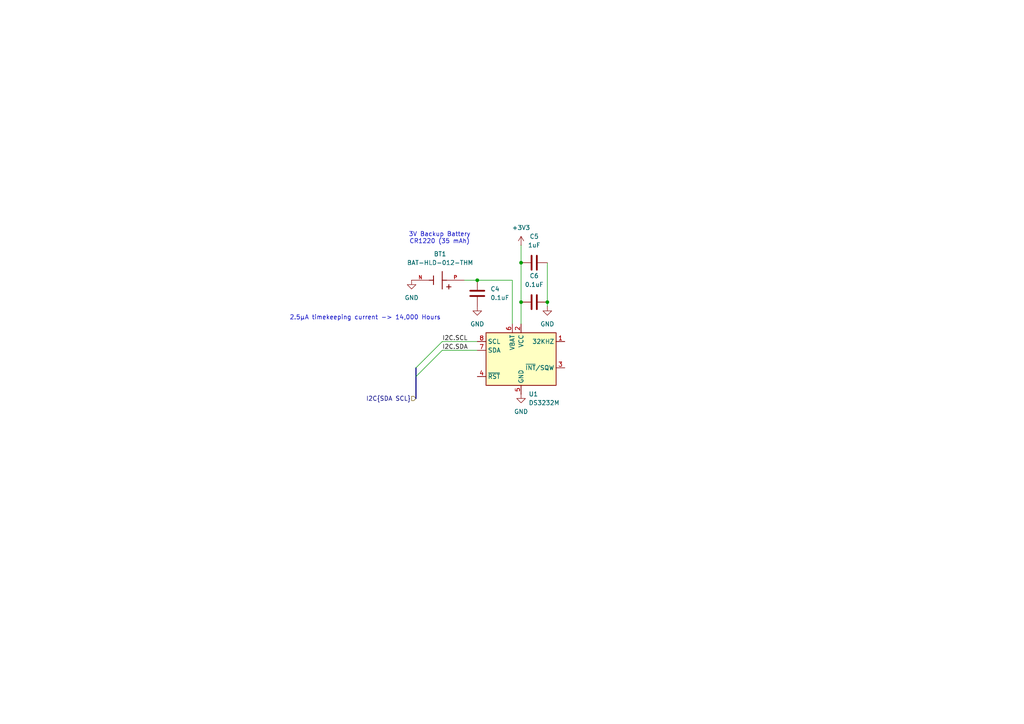
<source format=kicad_sch>
(kicad_sch (version 20250114) (generator "eeschema") (generator_version "9.0")
  (paper "A4")
  (title_block (title "DS3232M Real Time Clock Subcircuit") (rev "A"))
  (lib_symbols
    (symbol "Device:BAT-HLD-012-THM" (pin_names (offset 1.016))
      (property "Reference" "BT1" (at -0.635 -7.62 0))
      (property "Value" "BAT-HLD-012-THM" (at -0.635 -5.08 0))
      (symbol "BAT-HLD-012-THM_0_0"
        (polyline (pts (xy -3.81 1.905) (xy -2.54 1.905)) (stroke (width 0.254)))
        (polyline (pts (xy -3.175 2.54) (xy -3.175 1.27)) (stroke (width 0.254)))
        (polyline (pts (xy -1.27 2.54) (xy -1.27 0)) (stroke (width 0.254)))
        (polyline (pts (xy -1.27 0) (xy -2.54 0)) (stroke (width 0.254)))
        (polyline (pts (xy -1.27 0) (xy -1.27 -2.54)) (stroke (width 0.254)))
        (polyline (pts (xy 1.27 1.27) (xy 1.27 0)) (stroke (width 0.254)))
        (polyline (pts (xy 1.27 0) (xy 1.27 -1.27)) (stroke (width 0.254)))
        (polyline (pts (xy 1.27 0) (xy 2.54 0)) (stroke (width 0.254)))
        (pin passive line (at -7.62 0 0) (length 5.08) (name "~") (number "P"))
        (pin passive line (at 7.62 0 180) (length 5.08) (name "~") (number "N"))
      )
    )
    (symbol "Device:C" (pin_numbers (hide yes)) (pin_names (offset 0.254))
      (property "Reference" "C" (at 0.635 2.54 0))
      (property "Value" "C" (at 0.635 -2.54 0))
      (symbol "C_0_1"
        (polyline (pts (xy -2.032 0.762) (xy 2.032 0.762)) (stroke (width 0.508)))
        (polyline (pts (xy -2.032 -0.762) (xy 2.032 -0.762)) (stroke (width 0.508)))
      )
      (symbol "C_1_1"
        (pin passive line (at 0 3.81 270) (length 2.794) (name "~") (number "1"))
        (pin passive line (at 0 -3.81 90) (length 2.794) (name "~") (number "2"))
      )
    )
    (symbol "Timer_RTC:DS3232M"
      (property "Reference" "U" (at -7.62 8.89 0))
      (property "Value" "DS3232M" (at 10.16 8.89 0))
      (symbol "DS3232M_0_1"
        (rectangle (start -10.16 7.62) (end 10.16 -7.62) (stroke (width 0.254)) (fill (type background)))
      )
      (symbol "DS3232M_1_1"
        (pin input line (at -12.7 5.08 0) (length 2.54) (name "SCL") (number "8"))
        (pin bidirectional line (at -12.7 2.54 0) (length 2.54) (name "SDA") (number "7"))
        (pin bidirectional line (at -12.7 -5.08 0) (length 2.54) (name "~{RST}") (number "4"))
        (pin power_in line (at -2.54 10.16 270) (length 2.54) (name "VBAT") (number "6"))
        (pin power_in line (at 0 10.16 270) (length 2.54) (name "VCC") (number "2"))
        (pin power_in line (at 0 -10.16 90) (length 2.54) (name "GND") (number "5"))
        (pin output line (at 12.7 5.08 180) (length 2.54) (name "32KHZ") (number "1"))
        (pin open_collector line (at 12.7 -2.54 180) (length 2.54) (name "~{INT}/SQW") (number "3"))
      )
    )
    (symbol "power:+3V3" (power) (pin_numbers (hide yes)) (pin_names (offset 0) (hide yes))
      (property "Value" "+3V3" (at 0 3.556 0))
      (symbol "+3V3_0_1"
        (polyline (pts (xy -0.762 1.27) (xy 0 2.54)))
        (polyline (pts (xy 0 2.54) (xy 0.762 1.27)))
        (polyline (pts (xy 0 0) (xy 0 2.54)))
      )
      (symbol "+3V3_1_1"
        (pin power_in line (at 0 0 90) (length 0) (name "~") (number "1"))
      )
    )
    (symbol "power:GND" (power) (pin_numbers (hide yes)) (pin_names (offset 0) (hide yes))
      (property "Value" "GND" (at 0 -3.81 0))
      (symbol "GND_0_1"
        (polyline (pts (xy 0 0) (xy 0 -1.27) (xy 1.27 -1.27) (xy 0 -2.54) (xy -1.27 -1.27) (xy 0 -1.27)))
      )
      (symbol "GND_1_1"
        (pin power_in line (at 0 0 270) (length 0) (name "~") (number "1"))
      )
    )
  )
  (text "2.5µA timekeeping current -> 14,000 Hours" (at 105.918 92.202 0) (effects (font (size 1.27 1.27))))
  (text "3V Backup Battery\nCR1220 (35 mAh)" (at 127.508 69.088 0) (effects (font (size 1.27 1.27))))
  (junction (at 151.13 76.2))
  (junction (at 138.43 81.28))
  (junction (at 151.13 87.63))
  (junction (at 158.75 87.63))
  (bus_entry (at 120.65 109.22) (size 2.54 -2.54))
  (bus_entry (at 120.65 106.68) (size 2.54 -2.54))
  (wire (pts (xy 151.13 71.12) (xy 151.13 76.2)))
  (wire (pts (xy 128.27 99.06) (xy 123.19 104.14)))
  (wire (pts (xy 123.19 106.68) (xy 128.27 101.6)))
  (wire (pts (xy 128.27 101.6) (xy 138.43 101.6)))
  (wire (pts (xy 128.27 99.06) (xy 138.43 99.06)))
  (wire (pts (xy 134.62 81.28) (xy 138.43 81.28)))
  (bus (pts (xy 120.65 109.22) (xy 120.65 115.57)))
  (wire (pts (xy 158.75 76.2) (xy 158.75 87.63)))
  (wire (pts (xy 151.13 87.63) (xy 151.13 93.98)))
  (bus (pts (xy 120.65 106.68) (xy 120.65 109.22)))
  (wire (pts (xy 151.13 76.2) (xy 151.13 87.63)))
  (wire (pts (xy 148.59 81.28) (xy 148.59 93.98)))
  (wire (pts (xy 158.75 87.63) (xy 158.75 88.9)))
  (wire (pts (xy 138.43 81.28) (xy 148.59 81.28)))
  (label "I2C.SCL" (at 128.27 99.06 0))
  (label "I2C.SDA" (at 128.27 101.6 0))
  (hierarchical_label "I2C{SDA SCL}" (shape input) (at 120.65 115.57 180))
  (symbol (lib_id "power:GND") (at 119.38 81.28 0) (unit 1)
    (property "Reference" "#PWR019" (effects (hide yes)))
    (property "Value" "GND" (at 119.38 86.36 0))
    (property "Description" "Power symbol creates a global label with name \"GND\" , ground" (effects (hide yes)))
    (instances (project "" (path "" (reference "#PWR09") (unit 1))) (project "" (path "" (reference "#PWR019") (unit 1))))
  )
  (symbol (lib_id "power:+3V3") (at 151.13 71.12 0) (unit 1)
    (property "Reference" "#PWR021" (effects (hide yes)))
    (property "Value" "+3V3" (at 151.13 66.04 0))
    (property "Description" "Power symbol creates a global label with name \"+3V3\"" (effects (hide yes)))
    (instances (project "" (path "" (reference "#PWR011") (unit 1))) (project "" (path "" (reference "#PWR021") (unit 1))))
  )
  (symbol (lib_id "Device:C") (at 154.94 87.63 90) (unit 1)
    (property "Reference" "C10" (at 154.94 80.01 90))
    (property "Value" "0.1uF" (at 154.94 82.55 90))
    (property "Footprint" "Capacitor_SMD:C_0603_1608Metric" (effects (hide yes)))
    (property "Description" "Unpolarized capacitor" (effects (hide yes)))
    (instances (project "" (path "" (reference "C6") (unit 1))) (project "" (path "" (reference "C10") (unit 1))))
  )
  (symbol (lib_id "Device:BAT-HLD-012-THM") (at 127 81.28 180) (unit 1)
    (property "Reference" "BT1" (at 127.635 73.66 0))
    (property "Value" "BAT-HLD-012-THM" (at 127.635 76.2 0))
    (property "Footprint" "Battery:BatteryHolder_LINX_BAT-HLD-012-SMT" (effects (hide yes)))
    (property "SnapEDA_Link" "https://www.snapeda.com/parts/BAT-HLD-012-THM/Linx+Technologies+Inc./view-part/?ref=snap" (effects (hide yes)))
    (property "Check_prices" "https://www.snapeda.com/parts/BAT-HLD-012-THM/Linx+Technologies+Inc./view-part/?ref=eda" (effects (hide yes)))
    (property "Package" "None" (effects (hide yes)))
    (property "Price" "None" (effects (hide yes)))
    (property "MF" "Linx Technologies" (effects (hide yes)))
    (property "MP" "BAT-HLD-012-THM" (effects (hide yes)))
    (property "Purchase-URL" "https://www.snapeda.com/api/url_track_click_mouser/?unipart_id=1128418&manufacturer=Linx Technologies&part_name=BAT-HLD-012-THM&search_term=None" (effects (hide yes)))
    (property "Availability" "In Stock" (effects (hide yes)))
    (property "Description_1" "Holder for CR1216 and CR1225 Batteries, Through-Hole Mount, Bulk Packaging" (effects (hide yes)))
  )
  (symbol (lib_id "power:GND") (at 158.75 88.9 0) (unit 1)
    (property "Reference" "#PWR023" (effects (hide yes)))
    (property "Value" "GND" (at 158.75 93.98 0))
    (property "Description" "Power symbol creates a global label with name \"GND\" , ground" (effects (hide yes)))
    (instances (project "Test Rocket Board" (path "" (reference "#PWR013") (unit 1))) (project "Test Rocket Board" (path "" (reference "#PWR023") (unit 1))))
  )
  (symbol (lib_id "Timer_RTC:DS3232M") (at 151.13 104.14 0) (unit 1)
    (property "Reference" "U5" (at 153.3241 114.3 0) (effects (justify left)))
    (property "Value" "DS3232M" (at 153.3241 116.84 0) (effects (justify left)))
    (property "Footprint" "Package_SO:SOIC-8_3.9x4.9mm_P1.27mm" (effects (hide yes)))
    (property "Datasheet" "http://datasheets.maximintegrated.com/en/ds/DS3232M.pdf" (effects (hide yes)))
    (property "Description" "±5ppm, I2C Real-Time Clock with SRAM SOIC-8" (effects (hide yes)))
    (instances (project "" (path "" (reference "U1") (unit 1))) (project "" (path "" (reference "U5") (unit 1))))
  )
  (symbol (lib_id "power:GND") (at 151.13 114.3 0) (unit 1)
    (property "Reference" "#PWR022" (effects (hide yes)))
    (property "Value" "GND" (at 151.13 119.38 0))
    (property "Description" "Power symbol creates a global label with name \"GND\" , ground" (effects (hide yes)))
    (instances (project "" (path "" (reference "#PWR012") (unit 1))) (project "" (path "" (reference "#PWR022") (unit 1))))
  )
  (symbol (lib_id "Device:C") (at 154.94 76.2 90) (unit 1)
    (property "Reference" "C9" (at 154.94 68.58 90))
    (property "Value" "1uF" (at 154.94 71.12 90))
    (property "Footprint" "Capacitor_SMD:C_0603_1608Metric" (effects (hide yes)))
    (property "Description" "Unpolarized capacitor" (effects (hide yes)))
    (instances (project "Test Rocket Board" (path "" (reference "C5") (unit 1))) (project "Test Rocket Board" (path "" (reference "C9") (unit 1))))
  )
  (symbol (lib_id "Device:C") (at 138.43 85.09 180) (unit 1)
    (property "Reference" "C8" (at 142.24 83.8199 0) (effects (justify right)))
    (property "Value" "0.1uF" (at 142.24 86.3599 0) (effects (justify right)))
    (property "Footprint" "Capacitor_SMD:C_0603_1608Metric" (effects (hide yes)))
    (property "Description" "Unpolarized capacitor" (effects (hide yes)))
    (instances (project "Test Rocket Board" (path "" (reference "C4") (unit 1))) (project "Test Rocket Board" (path "" (reference "C8") (unit 1))))
  )
  (symbol (lib_id "power:GND") (at 138.43 88.9 0) (unit 1)
    (property "Reference" "#PWR020" (effects (hide yes)))
    (property "Value" "GND" (at 138.43 93.98 0))
    (property "Description" "Power symbol creates a global label with name \"GND\" , ground" (effects (hide yes)))
    (instances (project "Test Rocket Board" (path "" (reference "#PWR010") (unit 1))) (project "Test Rocket Board" (path "" (reference "#PWR020") (unit 1))))
  )
)
</source>
